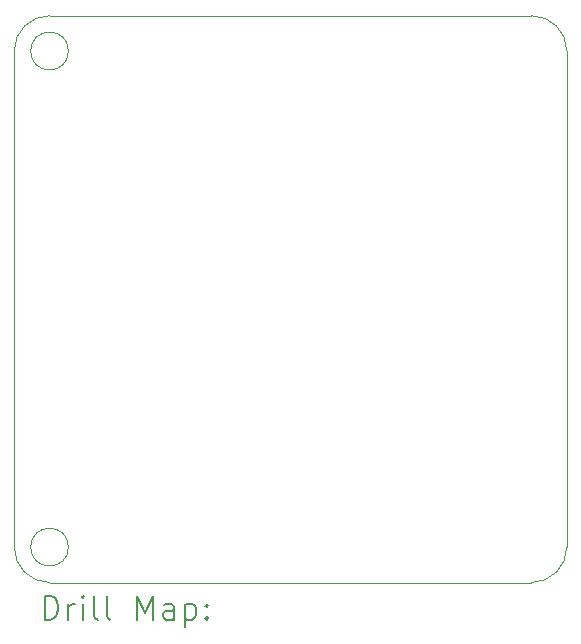
<source format=gbr>
%TF.GenerationSoftware,KiCad,Pcbnew,9.0.1*%
%TF.CreationDate,2025-10-26T23:58:12+01:00*%
%TF.ProjectId,onyks-iot-esp32-storage-rfid,6f6e796b-732d-4696-9f74-2d6573703332,rev?*%
%TF.SameCoordinates,Original*%
%TF.FileFunction,Drillmap*%
%TF.FilePolarity,Positive*%
%FSLAX45Y45*%
G04 Gerber Fmt 4.5, Leading zero omitted, Abs format (unit mm)*
G04 Created by KiCad (PCBNEW 9.0.1) date 2025-10-26 23:58:12*
%MOMM*%
%LPD*%
G01*
G04 APERTURE LIST*
%ADD10C,0.050000*%
%ADD11C,0.200000*%
G04 APERTURE END LIST*
D10*
X13240000Y-13680000D02*
G75*
G02*
X12920000Y-13680000I-160000J0D01*
G01*
X12920000Y-13680000D02*
G75*
G02*
X13240000Y-13680000I160000J0D01*
G01*
X17460000Y-9480000D02*
X17460000Y-13680000D01*
X13080000Y-13980000D02*
G75*
G02*
X12780000Y-13680000I0J300000D01*
G01*
X17460000Y-13680000D02*
G75*
G02*
X17160000Y-13980000I-300000J0D01*
G01*
X13080000Y-9180000D02*
X17160000Y-9180000D01*
X13240000Y-9480000D02*
G75*
G02*
X12920000Y-9480000I-160000J0D01*
G01*
X12920000Y-9480000D02*
G75*
G02*
X13240000Y-9480000I160000J0D01*
G01*
X17160000Y-13980000D02*
X13080000Y-13980000D01*
X12780000Y-13680000D02*
X12780000Y-9480000D01*
X17160000Y-9180000D02*
G75*
G02*
X17460000Y-9480000I0J-300000D01*
G01*
X12780000Y-9480000D02*
G75*
G02*
X13080000Y-9180000I300000J0D01*
G01*
D11*
X13038277Y-14293984D02*
X13038277Y-14093984D01*
X13038277Y-14093984D02*
X13085896Y-14093984D01*
X13085896Y-14093984D02*
X13114467Y-14103508D01*
X13114467Y-14103508D02*
X13133515Y-14122555D01*
X13133515Y-14122555D02*
X13143039Y-14141603D01*
X13143039Y-14141603D02*
X13152562Y-14179698D01*
X13152562Y-14179698D02*
X13152562Y-14208269D01*
X13152562Y-14208269D02*
X13143039Y-14246365D01*
X13143039Y-14246365D02*
X13133515Y-14265412D01*
X13133515Y-14265412D02*
X13114467Y-14284460D01*
X13114467Y-14284460D02*
X13085896Y-14293984D01*
X13085896Y-14293984D02*
X13038277Y-14293984D01*
X13238277Y-14293984D02*
X13238277Y-14160650D01*
X13238277Y-14198746D02*
X13247801Y-14179698D01*
X13247801Y-14179698D02*
X13257324Y-14170174D01*
X13257324Y-14170174D02*
X13276372Y-14160650D01*
X13276372Y-14160650D02*
X13295420Y-14160650D01*
X13362086Y-14293984D02*
X13362086Y-14160650D01*
X13362086Y-14093984D02*
X13352562Y-14103508D01*
X13352562Y-14103508D02*
X13362086Y-14113031D01*
X13362086Y-14113031D02*
X13371610Y-14103508D01*
X13371610Y-14103508D02*
X13362086Y-14093984D01*
X13362086Y-14093984D02*
X13362086Y-14113031D01*
X13485896Y-14293984D02*
X13466848Y-14284460D01*
X13466848Y-14284460D02*
X13457324Y-14265412D01*
X13457324Y-14265412D02*
X13457324Y-14093984D01*
X13590658Y-14293984D02*
X13571610Y-14284460D01*
X13571610Y-14284460D02*
X13562086Y-14265412D01*
X13562086Y-14265412D02*
X13562086Y-14093984D01*
X13819229Y-14293984D02*
X13819229Y-14093984D01*
X13819229Y-14093984D02*
X13885896Y-14236841D01*
X13885896Y-14236841D02*
X13952562Y-14093984D01*
X13952562Y-14093984D02*
X13952562Y-14293984D01*
X14133515Y-14293984D02*
X14133515Y-14189222D01*
X14133515Y-14189222D02*
X14123991Y-14170174D01*
X14123991Y-14170174D02*
X14104943Y-14160650D01*
X14104943Y-14160650D02*
X14066848Y-14160650D01*
X14066848Y-14160650D02*
X14047801Y-14170174D01*
X14133515Y-14284460D02*
X14114467Y-14293984D01*
X14114467Y-14293984D02*
X14066848Y-14293984D01*
X14066848Y-14293984D02*
X14047801Y-14284460D01*
X14047801Y-14284460D02*
X14038277Y-14265412D01*
X14038277Y-14265412D02*
X14038277Y-14246365D01*
X14038277Y-14246365D02*
X14047801Y-14227317D01*
X14047801Y-14227317D02*
X14066848Y-14217793D01*
X14066848Y-14217793D02*
X14114467Y-14217793D01*
X14114467Y-14217793D02*
X14133515Y-14208269D01*
X14228753Y-14160650D02*
X14228753Y-14360650D01*
X14228753Y-14170174D02*
X14247801Y-14160650D01*
X14247801Y-14160650D02*
X14285896Y-14160650D01*
X14285896Y-14160650D02*
X14304943Y-14170174D01*
X14304943Y-14170174D02*
X14314467Y-14179698D01*
X14314467Y-14179698D02*
X14323991Y-14198746D01*
X14323991Y-14198746D02*
X14323991Y-14255888D01*
X14323991Y-14255888D02*
X14314467Y-14274936D01*
X14314467Y-14274936D02*
X14304943Y-14284460D01*
X14304943Y-14284460D02*
X14285896Y-14293984D01*
X14285896Y-14293984D02*
X14247801Y-14293984D01*
X14247801Y-14293984D02*
X14228753Y-14284460D01*
X14409705Y-14274936D02*
X14419229Y-14284460D01*
X14419229Y-14284460D02*
X14409705Y-14293984D01*
X14409705Y-14293984D02*
X14400182Y-14284460D01*
X14400182Y-14284460D02*
X14409705Y-14274936D01*
X14409705Y-14274936D02*
X14409705Y-14293984D01*
X14409705Y-14170174D02*
X14419229Y-14179698D01*
X14419229Y-14179698D02*
X14409705Y-14189222D01*
X14409705Y-14189222D02*
X14400182Y-14179698D01*
X14400182Y-14179698D02*
X14409705Y-14170174D01*
X14409705Y-14170174D02*
X14409705Y-14189222D01*
M02*

</source>
